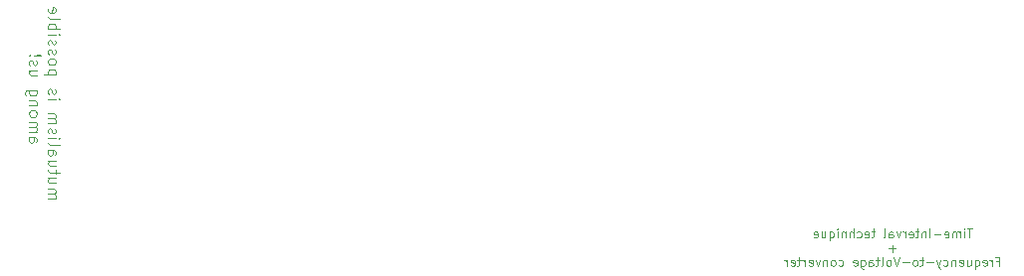
<source format=gbo>
G04 #@! TF.GenerationSoftware,KiCad,Pcbnew,(6.0.10)*
G04 #@! TF.CreationDate,2023-02-17T11:11:42-03:00*
G04 #@! TF.ProjectId,TimeInterval_FrontEnd,54696d65-496e-4746-9572-76616c5f4672,rev?*
G04 #@! TF.SameCoordinates,Original*
G04 #@! TF.FileFunction,Legend,Bot*
G04 #@! TF.FilePolarity,Positive*
%FSLAX46Y46*%
G04 Gerber Fmt 4.6, Leading zero omitted, Abs format (unit mm)*
G04 Created by KiCad (PCBNEW (6.0.10)) date 2023-02-17 11:11:42*
%MOMM*%
%LPD*%
G01*
G04 APERTURE LIST*
%ADD10C,0.100000*%
G04 APERTURE END LIST*
D10*
X174552714Y-106331785D02*
X174124142Y-106331785D01*
X174338428Y-107081785D02*
X174338428Y-106331785D01*
X173874142Y-107081785D02*
X173874142Y-106581785D01*
X173874142Y-106331785D02*
X173909857Y-106367500D01*
X173874142Y-106403214D01*
X173838428Y-106367500D01*
X173874142Y-106331785D01*
X173874142Y-106403214D01*
X173517000Y-107081785D02*
X173517000Y-106581785D01*
X173517000Y-106653214D02*
X173481285Y-106617500D01*
X173409857Y-106581785D01*
X173302714Y-106581785D01*
X173231285Y-106617500D01*
X173195571Y-106688928D01*
X173195571Y-107081785D01*
X173195571Y-106688928D02*
X173159857Y-106617500D01*
X173088428Y-106581785D01*
X172981285Y-106581785D01*
X172909857Y-106617500D01*
X172874142Y-106688928D01*
X172874142Y-107081785D01*
X172231285Y-107046071D02*
X172302714Y-107081785D01*
X172445571Y-107081785D01*
X172517000Y-107046071D01*
X172552714Y-106974642D01*
X172552714Y-106688928D01*
X172517000Y-106617500D01*
X172445571Y-106581785D01*
X172302714Y-106581785D01*
X172231285Y-106617500D01*
X172195571Y-106688928D01*
X172195571Y-106760357D01*
X172552714Y-106831785D01*
X171874142Y-106796071D02*
X171302714Y-106796071D01*
X170945571Y-107081785D02*
X170945571Y-106331785D01*
X170588428Y-106581785D02*
X170588428Y-107081785D01*
X170588428Y-106653214D02*
X170552714Y-106617500D01*
X170481285Y-106581785D01*
X170374142Y-106581785D01*
X170302714Y-106617500D01*
X170267000Y-106688928D01*
X170267000Y-107081785D01*
X170017000Y-106581785D02*
X169731285Y-106581785D01*
X169909857Y-106331785D02*
X169909857Y-106974642D01*
X169874142Y-107046071D01*
X169802714Y-107081785D01*
X169731285Y-107081785D01*
X169195571Y-107046071D02*
X169267000Y-107081785D01*
X169409857Y-107081785D01*
X169481285Y-107046071D01*
X169517000Y-106974642D01*
X169517000Y-106688928D01*
X169481285Y-106617500D01*
X169409857Y-106581785D01*
X169267000Y-106581785D01*
X169195571Y-106617500D01*
X169159857Y-106688928D01*
X169159857Y-106760357D01*
X169517000Y-106831785D01*
X168838428Y-107081785D02*
X168838428Y-106581785D01*
X168838428Y-106724642D02*
X168802714Y-106653214D01*
X168767000Y-106617500D01*
X168695571Y-106581785D01*
X168624142Y-106581785D01*
X168445571Y-106581785D02*
X168267000Y-107081785D01*
X168088428Y-106581785D01*
X167481285Y-107081785D02*
X167481285Y-106688928D01*
X167517000Y-106617500D01*
X167588428Y-106581785D01*
X167731285Y-106581785D01*
X167802714Y-106617500D01*
X167481285Y-107046071D02*
X167552714Y-107081785D01*
X167731285Y-107081785D01*
X167802714Y-107046071D01*
X167838428Y-106974642D01*
X167838428Y-106903214D01*
X167802714Y-106831785D01*
X167731285Y-106796071D01*
X167552714Y-106796071D01*
X167481285Y-106760357D01*
X167017000Y-107081785D02*
X167088428Y-107046071D01*
X167124142Y-106974642D01*
X167124142Y-106331785D01*
X166267000Y-106581785D02*
X165981285Y-106581785D01*
X166159857Y-106331785D02*
X166159857Y-106974642D01*
X166124142Y-107046071D01*
X166052714Y-107081785D01*
X165981285Y-107081785D01*
X165445571Y-107046071D02*
X165517000Y-107081785D01*
X165659857Y-107081785D01*
X165731285Y-107046071D01*
X165767000Y-106974642D01*
X165767000Y-106688928D01*
X165731285Y-106617500D01*
X165659857Y-106581785D01*
X165517000Y-106581785D01*
X165445571Y-106617500D01*
X165409857Y-106688928D01*
X165409857Y-106760357D01*
X165767000Y-106831785D01*
X164767000Y-107046071D02*
X164838428Y-107081785D01*
X164981285Y-107081785D01*
X165052714Y-107046071D01*
X165088428Y-107010357D01*
X165124142Y-106938928D01*
X165124142Y-106724642D01*
X165088428Y-106653214D01*
X165052714Y-106617500D01*
X164981285Y-106581785D01*
X164838428Y-106581785D01*
X164767000Y-106617500D01*
X164445571Y-107081785D02*
X164445571Y-106331785D01*
X164124142Y-107081785D02*
X164124142Y-106688928D01*
X164159857Y-106617500D01*
X164231285Y-106581785D01*
X164338428Y-106581785D01*
X164409857Y-106617500D01*
X164445571Y-106653214D01*
X163767000Y-106581785D02*
X163767000Y-107081785D01*
X163767000Y-106653214D02*
X163731285Y-106617500D01*
X163659857Y-106581785D01*
X163552714Y-106581785D01*
X163481285Y-106617500D01*
X163445571Y-106688928D01*
X163445571Y-107081785D01*
X163088428Y-107081785D02*
X163088428Y-106581785D01*
X163088428Y-106331785D02*
X163124142Y-106367500D01*
X163088428Y-106403214D01*
X163052714Y-106367500D01*
X163088428Y-106331785D01*
X163088428Y-106403214D01*
X162409857Y-106581785D02*
X162409857Y-107331785D01*
X162409857Y-107046071D02*
X162481285Y-107081785D01*
X162624142Y-107081785D01*
X162695571Y-107046071D01*
X162731285Y-107010357D01*
X162767000Y-106938928D01*
X162767000Y-106724642D01*
X162731285Y-106653214D01*
X162695571Y-106617500D01*
X162624142Y-106581785D01*
X162481285Y-106581785D01*
X162409857Y-106617500D01*
X161731285Y-106581785D02*
X161731285Y-107081785D01*
X162052714Y-106581785D02*
X162052714Y-106974642D01*
X162017000Y-107046071D01*
X161945571Y-107081785D01*
X161838428Y-107081785D01*
X161767000Y-107046071D01*
X161731285Y-107010357D01*
X161088428Y-107046071D02*
X161159857Y-107081785D01*
X161302714Y-107081785D01*
X161374142Y-107046071D01*
X161409857Y-106974642D01*
X161409857Y-106688928D01*
X161374142Y-106617500D01*
X161302714Y-106581785D01*
X161159857Y-106581785D01*
X161088428Y-106617500D01*
X161052714Y-106688928D01*
X161052714Y-106760357D01*
X161409857Y-106831785D01*
X168052714Y-108003571D02*
X167481285Y-108003571D01*
X167767000Y-108289285D02*
X167767000Y-107717857D01*
X176606285Y-109103928D02*
X176856285Y-109103928D01*
X176856285Y-109496785D02*
X176856285Y-108746785D01*
X176499142Y-108746785D01*
X176213428Y-109496785D02*
X176213428Y-108996785D01*
X176213428Y-109139642D02*
X176177714Y-109068214D01*
X176142000Y-109032500D01*
X176070571Y-108996785D01*
X175999142Y-108996785D01*
X175463428Y-109461071D02*
X175534857Y-109496785D01*
X175677714Y-109496785D01*
X175749142Y-109461071D01*
X175784857Y-109389642D01*
X175784857Y-109103928D01*
X175749142Y-109032500D01*
X175677714Y-108996785D01*
X175534857Y-108996785D01*
X175463428Y-109032500D01*
X175427714Y-109103928D01*
X175427714Y-109175357D01*
X175784857Y-109246785D01*
X174784857Y-108996785D02*
X174784857Y-109746785D01*
X174784857Y-109461071D02*
X174856285Y-109496785D01*
X174999142Y-109496785D01*
X175070571Y-109461071D01*
X175106285Y-109425357D01*
X175142000Y-109353928D01*
X175142000Y-109139642D01*
X175106285Y-109068214D01*
X175070571Y-109032500D01*
X174999142Y-108996785D01*
X174856285Y-108996785D01*
X174784857Y-109032500D01*
X174106285Y-108996785D02*
X174106285Y-109496785D01*
X174427714Y-108996785D02*
X174427714Y-109389642D01*
X174392000Y-109461071D01*
X174320571Y-109496785D01*
X174213428Y-109496785D01*
X174142000Y-109461071D01*
X174106285Y-109425357D01*
X173463428Y-109461071D02*
X173534857Y-109496785D01*
X173677714Y-109496785D01*
X173749142Y-109461071D01*
X173784857Y-109389642D01*
X173784857Y-109103928D01*
X173749142Y-109032500D01*
X173677714Y-108996785D01*
X173534857Y-108996785D01*
X173463428Y-109032500D01*
X173427714Y-109103928D01*
X173427714Y-109175357D01*
X173784857Y-109246785D01*
X173106285Y-108996785D02*
X173106285Y-109496785D01*
X173106285Y-109068214D02*
X173070571Y-109032500D01*
X172999142Y-108996785D01*
X172892000Y-108996785D01*
X172820571Y-109032500D01*
X172784857Y-109103928D01*
X172784857Y-109496785D01*
X172106285Y-109461071D02*
X172177714Y-109496785D01*
X172320571Y-109496785D01*
X172392000Y-109461071D01*
X172427714Y-109425357D01*
X172463428Y-109353928D01*
X172463428Y-109139642D01*
X172427714Y-109068214D01*
X172392000Y-109032500D01*
X172320571Y-108996785D01*
X172177714Y-108996785D01*
X172106285Y-109032500D01*
X171856285Y-108996785D02*
X171677714Y-109496785D01*
X171499142Y-108996785D02*
X171677714Y-109496785D01*
X171749142Y-109675357D01*
X171784857Y-109711071D01*
X171856285Y-109746785D01*
X171213428Y-109211071D02*
X170642000Y-109211071D01*
X170392000Y-108996785D02*
X170106285Y-108996785D01*
X170284857Y-108746785D02*
X170284857Y-109389642D01*
X170249142Y-109461071D01*
X170177714Y-109496785D01*
X170106285Y-109496785D01*
X169749142Y-109496785D02*
X169820571Y-109461071D01*
X169856285Y-109425357D01*
X169892000Y-109353928D01*
X169892000Y-109139642D01*
X169856285Y-109068214D01*
X169820571Y-109032500D01*
X169749142Y-108996785D01*
X169642000Y-108996785D01*
X169570571Y-109032500D01*
X169534857Y-109068214D01*
X169499142Y-109139642D01*
X169499142Y-109353928D01*
X169534857Y-109425357D01*
X169570571Y-109461071D01*
X169642000Y-109496785D01*
X169749142Y-109496785D01*
X169177714Y-109211071D02*
X168606285Y-109211071D01*
X168356285Y-108746785D02*
X168106285Y-109496785D01*
X167856285Y-108746785D01*
X167499142Y-109496785D02*
X167570571Y-109461071D01*
X167606285Y-109425357D01*
X167642000Y-109353928D01*
X167642000Y-109139642D01*
X167606285Y-109068214D01*
X167570571Y-109032500D01*
X167499142Y-108996785D01*
X167392000Y-108996785D01*
X167320571Y-109032500D01*
X167284857Y-109068214D01*
X167249142Y-109139642D01*
X167249142Y-109353928D01*
X167284857Y-109425357D01*
X167320571Y-109461071D01*
X167392000Y-109496785D01*
X167499142Y-109496785D01*
X166820571Y-109496785D02*
X166892000Y-109461071D01*
X166927714Y-109389642D01*
X166927714Y-108746785D01*
X166642000Y-108996785D02*
X166356285Y-108996785D01*
X166534857Y-108746785D02*
X166534857Y-109389642D01*
X166499142Y-109461071D01*
X166427714Y-109496785D01*
X166356285Y-109496785D01*
X165784857Y-109496785D02*
X165784857Y-109103928D01*
X165820571Y-109032500D01*
X165892000Y-108996785D01*
X166034857Y-108996785D01*
X166106285Y-109032500D01*
X165784857Y-109461071D02*
X165856285Y-109496785D01*
X166034857Y-109496785D01*
X166106285Y-109461071D01*
X166142000Y-109389642D01*
X166142000Y-109318214D01*
X166106285Y-109246785D01*
X166034857Y-109211071D01*
X165856285Y-109211071D01*
X165784857Y-109175357D01*
X165106285Y-108996785D02*
X165106285Y-109603928D01*
X165142000Y-109675357D01*
X165177714Y-109711071D01*
X165249142Y-109746785D01*
X165356285Y-109746785D01*
X165427714Y-109711071D01*
X165106285Y-109461071D02*
X165177714Y-109496785D01*
X165320571Y-109496785D01*
X165392000Y-109461071D01*
X165427714Y-109425357D01*
X165463428Y-109353928D01*
X165463428Y-109139642D01*
X165427714Y-109068214D01*
X165392000Y-109032500D01*
X165320571Y-108996785D01*
X165177714Y-108996785D01*
X165106285Y-109032500D01*
X164463428Y-109461071D02*
X164534857Y-109496785D01*
X164677714Y-109496785D01*
X164749142Y-109461071D01*
X164784857Y-109389642D01*
X164784857Y-109103928D01*
X164749142Y-109032500D01*
X164677714Y-108996785D01*
X164534857Y-108996785D01*
X164463428Y-109032500D01*
X164427714Y-109103928D01*
X164427714Y-109175357D01*
X164784857Y-109246785D01*
X163213428Y-109461071D02*
X163284857Y-109496785D01*
X163427714Y-109496785D01*
X163499142Y-109461071D01*
X163534857Y-109425357D01*
X163570571Y-109353928D01*
X163570571Y-109139642D01*
X163534857Y-109068214D01*
X163499142Y-109032500D01*
X163427714Y-108996785D01*
X163284857Y-108996785D01*
X163213428Y-109032500D01*
X162784857Y-109496785D02*
X162856285Y-109461071D01*
X162892000Y-109425357D01*
X162927714Y-109353928D01*
X162927714Y-109139642D01*
X162892000Y-109068214D01*
X162856285Y-109032500D01*
X162784857Y-108996785D01*
X162677714Y-108996785D01*
X162606285Y-109032500D01*
X162570571Y-109068214D01*
X162534857Y-109139642D01*
X162534857Y-109353928D01*
X162570571Y-109425357D01*
X162606285Y-109461071D01*
X162677714Y-109496785D01*
X162784857Y-109496785D01*
X162213428Y-108996785D02*
X162213428Y-109496785D01*
X162213428Y-109068214D02*
X162177714Y-109032500D01*
X162106285Y-108996785D01*
X161999142Y-108996785D01*
X161927714Y-109032500D01*
X161892000Y-109103928D01*
X161892000Y-109496785D01*
X161606285Y-108996785D02*
X161427714Y-109496785D01*
X161249142Y-108996785D01*
X160677714Y-109461071D02*
X160749142Y-109496785D01*
X160892000Y-109496785D01*
X160963428Y-109461071D01*
X160999142Y-109389642D01*
X160999142Y-109103928D01*
X160963428Y-109032500D01*
X160892000Y-108996785D01*
X160749142Y-108996785D01*
X160677714Y-109032500D01*
X160642000Y-109103928D01*
X160642000Y-109175357D01*
X160999142Y-109246785D01*
X160320571Y-109496785D02*
X160320571Y-108996785D01*
X160320571Y-109139642D02*
X160284857Y-109068214D01*
X160249142Y-109032500D01*
X160177714Y-108996785D01*
X160106285Y-108996785D01*
X159963428Y-108996785D02*
X159677714Y-108996785D01*
X159856285Y-108746785D02*
X159856285Y-109389642D01*
X159820571Y-109461071D01*
X159749142Y-109496785D01*
X159677714Y-109496785D01*
X159142000Y-109461071D02*
X159213428Y-109496785D01*
X159356285Y-109496785D01*
X159427714Y-109461071D01*
X159463428Y-109389642D01*
X159463428Y-109103928D01*
X159427714Y-109032500D01*
X159356285Y-108996785D01*
X159213428Y-108996785D01*
X159142000Y-109032500D01*
X159106285Y-109103928D01*
X159106285Y-109175357D01*
X159463428Y-109246785D01*
X158784857Y-109496785D02*
X158784857Y-108996785D01*
X158784857Y-109139642D02*
X158749142Y-109068214D01*
X158713428Y-109032500D01*
X158642000Y-108996785D01*
X158570571Y-108996785D01*
X95983619Y-103773809D02*
X96650285Y-103773809D01*
X96555047Y-103773809D02*
X96602666Y-103726190D01*
X96650285Y-103630952D01*
X96650285Y-103488095D01*
X96602666Y-103392857D01*
X96507428Y-103345238D01*
X95983619Y-103345238D01*
X96507428Y-103345238D02*
X96602666Y-103297619D01*
X96650285Y-103202380D01*
X96650285Y-103059523D01*
X96602666Y-102964285D01*
X96507428Y-102916666D01*
X95983619Y-102916666D01*
X96650285Y-102011904D02*
X95983619Y-102011904D01*
X96650285Y-102440476D02*
X96126476Y-102440476D01*
X96031238Y-102392857D01*
X95983619Y-102297619D01*
X95983619Y-102154761D01*
X96031238Y-102059523D01*
X96078857Y-102011904D01*
X96650285Y-101678571D02*
X96650285Y-101297619D01*
X96983619Y-101535714D02*
X96126476Y-101535714D01*
X96031238Y-101488095D01*
X95983619Y-101392857D01*
X95983619Y-101297619D01*
X96650285Y-100535714D02*
X95983619Y-100535714D01*
X96650285Y-100964285D02*
X96126476Y-100964285D01*
X96031238Y-100916666D01*
X95983619Y-100821428D01*
X95983619Y-100678571D01*
X96031238Y-100583333D01*
X96078857Y-100535714D01*
X95983619Y-99630952D02*
X96507428Y-99630952D01*
X96602666Y-99678571D01*
X96650285Y-99773809D01*
X96650285Y-99964285D01*
X96602666Y-100059523D01*
X96031238Y-99630952D02*
X95983619Y-99726190D01*
X95983619Y-99964285D01*
X96031238Y-100059523D01*
X96126476Y-100107142D01*
X96221714Y-100107142D01*
X96316952Y-100059523D01*
X96364571Y-99964285D01*
X96364571Y-99726190D01*
X96412190Y-99630952D01*
X95983619Y-99011904D02*
X96031238Y-99107142D01*
X96126476Y-99154761D01*
X96983619Y-99154761D01*
X95983619Y-98630952D02*
X96650285Y-98630952D01*
X96983619Y-98630952D02*
X96936000Y-98678571D01*
X96888380Y-98630952D01*
X96936000Y-98583333D01*
X96983619Y-98630952D01*
X96888380Y-98630952D01*
X96031238Y-98202380D02*
X95983619Y-98107142D01*
X95983619Y-97916666D01*
X96031238Y-97821428D01*
X96126476Y-97773809D01*
X96174095Y-97773809D01*
X96269333Y-97821428D01*
X96316952Y-97916666D01*
X96316952Y-98059523D01*
X96364571Y-98154761D01*
X96459809Y-98202380D01*
X96507428Y-98202380D01*
X96602666Y-98154761D01*
X96650285Y-98059523D01*
X96650285Y-97916666D01*
X96602666Y-97821428D01*
X95983619Y-97345238D02*
X96650285Y-97345238D01*
X96555047Y-97345238D02*
X96602666Y-97297619D01*
X96650285Y-97202380D01*
X96650285Y-97059523D01*
X96602666Y-96964285D01*
X96507428Y-96916666D01*
X95983619Y-96916666D01*
X96507428Y-96916666D02*
X96602666Y-96869047D01*
X96650285Y-96773809D01*
X96650285Y-96630952D01*
X96602666Y-96535714D01*
X96507428Y-96488095D01*
X95983619Y-96488095D01*
X95983619Y-95250000D02*
X96650285Y-95250000D01*
X96983619Y-95250000D02*
X96936000Y-95297619D01*
X96888380Y-95250000D01*
X96936000Y-95202380D01*
X96983619Y-95250000D01*
X96888380Y-95250000D01*
X96031238Y-94821428D02*
X95983619Y-94726190D01*
X95983619Y-94535714D01*
X96031238Y-94440476D01*
X96126476Y-94392857D01*
X96174095Y-94392857D01*
X96269333Y-94440476D01*
X96316952Y-94535714D01*
X96316952Y-94678571D01*
X96364571Y-94773809D01*
X96459809Y-94821428D01*
X96507428Y-94821428D01*
X96602666Y-94773809D01*
X96650285Y-94678571D01*
X96650285Y-94535714D01*
X96602666Y-94440476D01*
X96650285Y-93202380D02*
X95650285Y-93202380D01*
X96602666Y-93202380D02*
X96650285Y-93107142D01*
X96650285Y-92916666D01*
X96602666Y-92821428D01*
X96555047Y-92773809D01*
X96459809Y-92726190D01*
X96174095Y-92726190D01*
X96078857Y-92773809D01*
X96031238Y-92821428D01*
X95983619Y-92916666D01*
X95983619Y-93107142D01*
X96031238Y-93202380D01*
X95983619Y-92154761D02*
X96031238Y-92250000D01*
X96078857Y-92297619D01*
X96174095Y-92345238D01*
X96459809Y-92345238D01*
X96555047Y-92297619D01*
X96602666Y-92250000D01*
X96650285Y-92154761D01*
X96650285Y-92011904D01*
X96602666Y-91916666D01*
X96555047Y-91869047D01*
X96459809Y-91821428D01*
X96174095Y-91821428D01*
X96078857Y-91869047D01*
X96031238Y-91916666D01*
X95983619Y-92011904D01*
X95983619Y-92154761D01*
X96031238Y-91440476D02*
X95983619Y-91345238D01*
X95983619Y-91154761D01*
X96031238Y-91059523D01*
X96126476Y-91011904D01*
X96174095Y-91011904D01*
X96269333Y-91059523D01*
X96316952Y-91154761D01*
X96316952Y-91297619D01*
X96364571Y-91392857D01*
X96459809Y-91440476D01*
X96507428Y-91440476D01*
X96602666Y-91392857D01*
X96650285Y-91297619D01*
X96650285Y-91154761D01*
X96602666Y-91059523D01*
X96031238Y-90630952D02*
X95983619Y-90535714D01*
X95983619Y-90345238D01*
X96031238Y-90250000D01*
X96126476Y-90202380D01*
X96174095Y-90202380D01*
X96269333Y-90250000D01*
X96316952Y-90345238D01*
X96316952Y-90488095D01*
X96364571Y-90583333D01*
X96459809Y-90630952D01*
X96507428Y-90630952D01*
X96602666Y-90583333D01*
X96650285Y-90488095D01*
X96650285Y-90345238D01*
X96602666Y-90250000D01*
X95983619Y-89773809D02*
X96650285Y-89773809D01*
X96983619Y-89773809D02*
X96936000Y-89821428D01*
X96888380Y-89773809D01*
X96936000Y-89726190D01*
X96983619Y-89773809D01*
X96888380Y-89773809D01*
X95983619Y-89297619D02*
X96983619Y-89297619D01*
X96602666Y-89297619D02*
X96650285Y-89202380D01*
X96650285Y-89011904D01*
X96602666Y-88916666D01*
X96555047Y-88869047D01*
X96459809Y-88821428D01*
X96174095Y-88821428D01*
X96078857Y-88869047D01*
X96031238Y-88916666D01*
X95983619Y-89011904D01*
X95983619Y-89202380D01*
X96031238Y-89297619D01*
X95983619Y-88250000D02*
X96031238Y-88345238D01*
X96126476Y-88392857D01*
X96983619Y-88392857D01*
X96031238Y-87488095D02*
X95983619Y-87583333D01*
X95983619Y-87773809D01*
X96031238Y-87869047D01*
X96126476Y-87916666D01*
X96507428Y-87916666D01*
X96602666Y-87869047D01*
X96650285Y-87773809D01*
X96650285Y-87583333D01*
X96602666Y-87488095D01*
X96507428Y-87440476D01*
X96412190Y-87440476D01*
X96316952Y-87916666D01*
X94373619Y-98535714D02*
X94897428Y-98535714D01*
X94992666Y-98583333D01*
X95040285Y-98678571D01*
X95040285Y-98869047D01*
X94992666Y-98964285D01*
X94421238Y-98535714D02*
X94373619Y-98630952D01*
X94373619Y-98869047D01*
X94421238Y-98964285D01*
X94516476Y-99011904D01*
X94611714Y-99011904D01*
X94706952Y-98964285D01*
X94754571Y-98869047D01*
X94754571Y-98630952D01*
X94802190Y-98535714D01*
X94373619Y-98059523D02*
X95040285Y-98059523D01*
X94945047Y-98059523D02*
X94992666Y-98011904D01*
X95040285Y-97916666D01*
X95040285Y-97773809D01*
X94992666Y-97678571D01*
X94897428Y-97630952D01*
X94373619Y-97630952D01*
X94897428Y-97630952D02*
X94992666Y-97583333D01*
X95040285Y-97488095D01*
X95040285Y-97345238D01*
X94992666Y-97250000D01*
X94897428Y-97202380D01*
X94373619Y-97202380D01*
X94373619Y-96583333D02*
X94421238Y-96678571D01*
X94468857Y-96726190D01*
X94564095Y-96773809D01*
X94849809Y-96773809D01*
X94945047Y-96726190D01*
X94992666Y-96678571D01*
X95040285Y-96583333D01*
X95040285Y-96440476D01*
X94992666Y-96345238D01*
X94945047Y-96297619D01*
X94849809Y-96250000D01*
X94564095Y-96250000D01*
X94468857Y-96297619D01*
X94421238Y-96345238D01*
X94373619Y-96440476D01*
X94373619Y-96583333D01*
X95040285Y-95821428D02*
X94373619Y-95821428D01*
X94945047Y-95821428D02*
X94992666Y-95773809D01*
X95040285Y-95678571D01*
X95040285Y-95535714D01*
X94992666Y-95440476D01*
X94897428Y-95392857D01*
X94373619Y-95392857D01*
X95040285Y-94488095D02*
X94230761Y-94488095D01*
X94135523Y-94535714D01*
X94087904Y-94583333D01*
X94040285Y-94678571D01*
X94040285Y-94821428D01*
X94087904Y-94916666D01*
X94421238Y-94488095D02*
X94373619Y-94583333D01*
X94373619Y-94773809D01*
X94421238Y-94869047D01*
X94468857Y-94916666D01*
X94564095Y-94964285D01*
X94849809Y-94964285D01*
X94945047Y-94916666D01*
X94992666Y-94869047D01*
X95040285Y-94773809D01*
X95040285Y-94583333D01*
X94992666Y-94488095D01*
X95040285Y-92821428D02*
X94373619Y-92821428D01*
X95040285Y-93250000D02*
X94516476Y-93250000D01*
X94421238Y-93202380D01*
X94373619Y-93107142D01*
X94373619Y-92964285D01*
X94421238Y-92869047D01*
X94468857Y-92821428D01*
X94421238Y-92392857D02*
X94373619Y-92297619D01*
X94373619Y-92107142D01*
X94421238Y-92011904D01*
X94516476Y-91964285D01*
X94564095Y-91964285D01*
X94659333Y-92011904D01*
X94706952Y-92107142D01*
X94706952Y-92250000D01*
X94754571Y-92345238D01*
X94849809Y-92392857D01*
X94897428Y-92392857D01*
X94992666Y-92345238D01*
X95040285Y-92250000D01*
X95040285Y-92107142D01*
X94992666Y-92011904D01*
X94468857Y-91535714D02*
X94421238Y-91488095D01*
X94373619Y-91535714D01*
X94421238Y-91583333D01*
X94468857Y-91535714D01*
X94373619Y-91535714D01*
X94754571Y-91535714D02*
X95326000Y-91583333D01*
X95373619Y-91535714D01*
X95326000Y-91488095D01*
X94754571Y-91535714D01*
X95373619Y-91535714D01*
M02*

</source>
